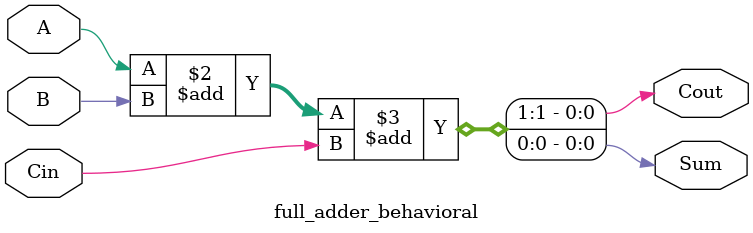
<source format=v>
module full_adder_behavioral(A, B, Cin, Sum, Cout);
    input A, B, Cin;
    output reg Sum, Cout;
    
    always @ (A or B or Cin) begin
        {Cout, Sum} = A + B + Cin; // Using addition to determine outputs
    end
    
endmodule
</source>
